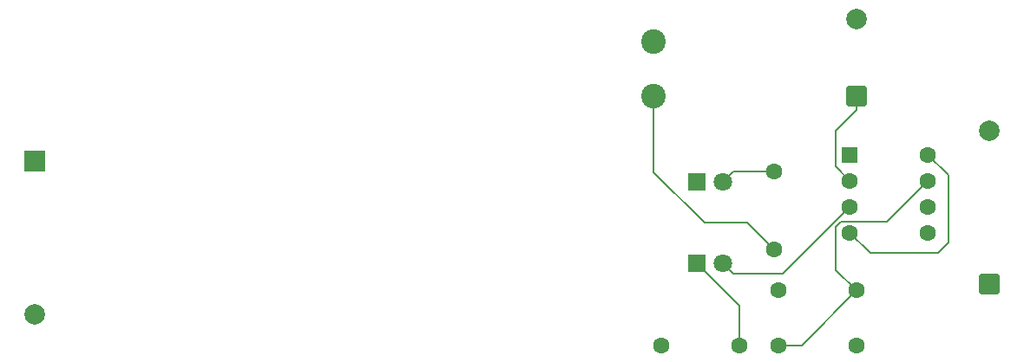
<source format=gbr>
%TF.GenerationSoftware,KiCad,Pcbnew,9.0.2*%
%TF.CreationDate,2025-07-04T12:52:13+05:30*%
%TF.ProjectId,qn2,716e322e-6b69-4636-9164-5f7063625858,rev?*%
%TF.SameCoordinates,Original*%
%TF.FileFunction,Copper,L1,Top*%
%TF.FilePolarity,Positive*%
%FSLAX46Y46*%
G04 Gerber Fmt 4.6, Leading zero omitted, Abs format (unit mm)*
G04 Created by KiCad (PCBNEW 9.0.2) date 2025-07-04 12:52:13*
%MOMM*%
%LPD*%
G01*
G04 APERTURE LIST*
G04 Aperture macros list*
%AMRoundRect*
0 Rectangle with rounded corners*
0 $1 Rounding radius*
0 $2 $3 $4 $5 $6 $7 $8 $9 X,Y pos of 4 corners*
0 Add a 4 corners polygon primitive as box body*
4,1,4,$2,$3,$4,$5,$6,$7,$8,$9,$2,$3,0*
0 Add four circle primitives for the rounded corners*
1,1,$1+$1,$2,$3*
1,1,$1+$1,$4,$5*
1,1,$1+$1,$6,$7*
1,1,$1+$1,$8,$9*
0 Add four rect primitives between the rounded corners*
20,1,$1+$1,$2,$3,$4,$5,0*
20,1,$1+$1,$4,$5,$6,$7,0*
20,1,$1+$1,$6,$7,$8,$9,0*
20,1,$1+$1,$8,$9,$2,$3,0*%
G04 Aperture macros list end*
%TA.AperFunction,ComponentPad*%
%ADD10RoundRect,0.250000X0.750000X-0.750000X0.750000X0.750000X-0.750000X0.750000X-0.750000X-0.750000X0*%
%TD*%
%TA.AperFunction,ComponentPad*%
%ADD11C,2.000000*%
%TD*%
%TA.AperFunction,ComponentPad*%
%ADD12RoundRect,0.250000X-0.550000X-0.550000X0.550000X-0.550000X0.550000X0.550000X-0.550000X0.550000X0*%
%TD*%
%TA.AperFunction,ComponentPad*%
%ADD13C,1.600000*%
%TD*%
%TA.AperFunction,ComponentPad*%
%ADD14C,2.400000*%
%TD*%
%TA.AperFunction,ComponentPad*%
%ADD15R,1.800000X1.800000*%
%TD*%
%TA.AperFunction,ComponentPad*%
%ADD16C,1.800000*%
%TD*%
%TA.AperFunction,ComponentPad*%
%ADD17R,2.000000X2.000000*%
%TD*%
%TA.AperFunction,Conductor*%
%ADD18C,0.200000*%
%TD*%
G04 APERTURE END LIST*
D10*
%TO.P,C1,1*%
%TO.N,Net-(U1-THR)*%
X125000000Y-63617677D03*
D11*
%TO.P,C1,2*%
%TO.N,GND*%
X125000000Y-56117677D03*
%TD*%
D10*
%TO.P,C2,1*%
%TO.N,Net-(U1-CV)*%
X138000000Y-82000000D03*
D11*
%TO.P,C2,2*%
%TO.N,GND*%
X138000000Y-67000000D03*
%TD*%
D12*
%TO.P,U1,1,GND*%
%TO.N,GND*%
X124380000Y-69380000D03*
D13*
%TO.P,U1,2,TR*%
%TO.N,Net-(U1-THR)*%
X124380000Y-71920000D03*
%TO.P,U1,3,Q*%
%TO.N,Net-(D1-K)*%
X124380000Y-74460000D03*
%TO.P,U1,4,R*%
%TO.N,Net-(SW1-B)*%
X124380000Y-77000000D03*
%TO.P,U1,5,CV*%
%TO.N,Net-(U1-CV)*%
X132000000Y-77000000D03*
%TO.P,U1,6,THR*%
%TO.N,Net-(U1-THR)*%
X132000000Y-74460000D03*
%TO.P,U1,7,DIS*%
%TO.N,Net-(U1-DIS)*%
X132000000Y-71920000D03*
%TO.P,U1,8,VCC*%
%TO.N,Net-(SW1-B)*%
X132000000Y-69380000D03*
%TD*%
D14*
%TO.P,SW1,1,A*%
%TO.N,+9V*%
X105250000Y-58350000D03*
%TO.P,SW1,2,B*%
%TO.N,Net-(SW1-B)*%
X105250000Y-63650000D03*
%TD*%
D13*
%TO.P,R4,1*%
%TO.N,Net-(D2-K)*%
X113620000Y-88000000D03*
%TO.P,R4,2*%
%TO.N,GND*%
X106000000Y-88000000D03*
%TD*%
%TO.P,R3,1*%
%TO.N,Net-(SW1-B)*%
X117000000Y-78620000D03*
%TO.P,R3,2*%
%TO.N,Net-(D1-A)*%
X117000000Y-71000000D03*
%TD*%
%TO.P,R2,1*%
%TO.N,Net-(SW1-B)*%
X117380000Y-82653986D03*
%TO.P,R2,2*%
%TO.N,Net-(U1-DIS)*%
X125000000Y-82653986D03*
%TD*%
%TO.P,R1,1*%
%TO.N,Net-(U1-DIS)*%
X117380000Y-88000000D03*
%TO.P,R1,2*%
%TO.N,Net-(U1-THR)*%
X125000000Y-88000000D03*
%TD*%
D15*
%TO.P,D2,1,K*%
%TO.N,Net-(D2-K)*%
X109460000Y-80000000D03*
D16*
%TO.P,D2,2,A*%
%TO.N,Net-(D1-K)*%
X112000000Y-80000000D03*
%TD*%
D15*
%TO.P,D1,1,K*%
%TO.N,Net-(D1-K)*%
X109460000Y-72000000D03*
D16*
%TO.P,D1,2,A*%
%TO.N,Net-(D1-A)*%
X112000000Y-72000000D03*
%TD*%
D17*
%TO.P,BT1,1,+*%
%TO.N,+9V*%
X44835000Y-70010000D03*
D11*
%TO.P,BT1,2,-*%
%TO.N,GND*%
X44835000Y-85000000D03*
%TD*%
D18*
%TO.N,Net-(SW1-B)*%
X114380000Y-76000000D02*
X117000000Y-78620000D01*
X110184610Y-76000000D02*
X114380000Y-76000000D01*
X105250000Y-71065391D02*
X110184610Y-76000000D01*
X105250000Y-63650000D02*
X105250000Y-71065391D01*
%TO.N,Net-(D1-A)*%
X112000000Y-72000000D02*
X113000000Y-71000000D01*
X113000000Y-71000000D02*
X117000000Y-71000000D01*
%TO.N,Net-(U1-DIS)*%
X123000000Y-76407100D02*
X123000000Y-80653986D01*
X128021000Y-75899000D02*
X123508100Y-75899000D01*
X123508100Y-75899000D02*
X123000000Y-76407100D01*
X132000000Y-71920000D02*
X128021000Y-75899000D01*
X123000000Y-80653986D02*
X125000000Y-82653986D01*
%TO.N,Net-(SW1-B)*%
X126380000Y-79000000D02*
X124380000Y-77000000D01*
X134000000Y-78000000D02*
X133000000Y-79000000D01*
X133000000Y-79000000D02*
X126380000Y-79000000D01*
X134000000Y-71380000D02*
X134000000Y-78000000D01*
X132000000Y-69380000D02*
X134000000Y-71380000D01*
%TO.N,Net-(U1-DIS)*%
X119653986Y-88000000D02*
X125000000Y-82653986D01*
X117380000Y-88000000D02*
X119653986Y-88000000D01*
%TO.N,Net-(D2-K)*%
X113620000Y-84160000D02*
X109460000Y-80000000D01*
X113620000Y-88000000D02*
X113620000Y-84160000D01*
%TO.N,Net-(D1-K)*%
X113000000Y-81000000D02*
X112000000Y-80000000D01*
X117840000Y-81000000D02*
X113000000Y-81000000D01*
X124380000Y-74460000D02*
X117840000Y-81000000D01*
%TO.N,Net-(U1-THR)*%
X123000000Y-70540000D02*
X124380000Y-71920000D01*
X123000000Y-67000000D02*
X123000000Y-70540000D01*
X125000000Y-65000000D02*
X123000000Y-67000000D01*
X125000000Y-63617677D02*
X125000000Y-65000000D01*
%TD*%
M02*

</source>
